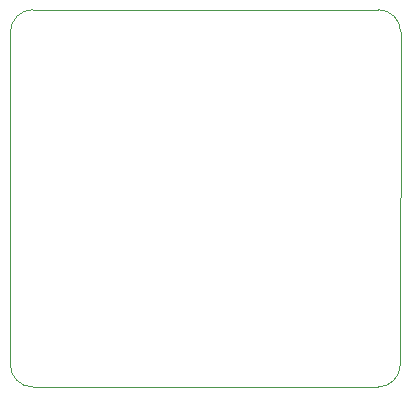
<source format=gm1>
%TF.GenerationSoftware,KiCad,Pcbnew,(6.0.2)*%
%TF.CreationDate,2022-12-08T21:29:48-08:00*%
%TF.ProjectId,touch_sensor_light,746f7563-685f-4736-956e-736f725f6c69,rev?*%
%TF.SameCoordinates,Original*%
%TF.FileFunction,Profile,NP*%
%FSLAX46Y46*%
G04 Gerber Fmt 4.6, Leading zero omitted, Abs format (unit mm)*
G04 Created by KiCad (PCBNEW (6.0.2)) date 2022-12-08 21:29:48*
%MOMM*%
%LPD*%
G01*
G04 APERTURE LIST*
%TA.AperFunction,Profile*%
%ADD10C,0.100000*%
%TD*%
G04 APERTURE END LIST*
D10*
X136542122Y-79366722D02*
X107289600Y-79366722D01*
X136542122Y-79366722D02*
G75*
G03*
X138421722Y-77487122I0J1879600D01*
G01*
X138447122Y-49309678D02*
G75*
G03*
X136567522Y-47430078I-1879600J0D01*
G01*
X107297878Y-47430078D02*
G75*
G03*
X105415853Y-49315531I1J-1882029D01*
G01*
X107297878Y-47430078D02*
X136567522Y-47430078D01*
X138447122Y-49309678D02*
X138421722Y-77487122D01*
X105410000Y-77487122D02*
G75*
G03*
X107289600Y-79366722I1879600J0D01*
G01*
X105410000Y-77487122D02*
X105415853Y-49315531D01*
M02*

</source>
